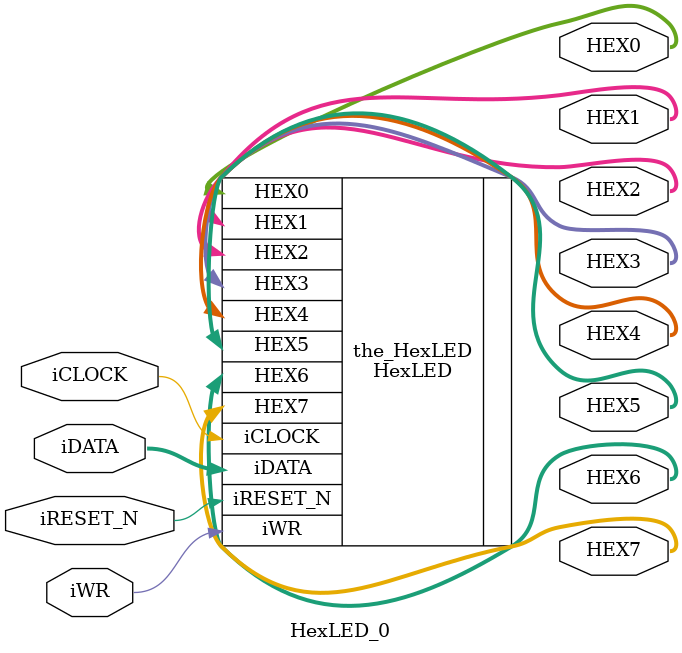
<source format=v>

`timescale 1ns / 1ps
// synthesis translate_on

// turn off superfluous verilog processor warnings 
// altera message_level Level1 
// altera message_off 10034 10035 10036 10037 10230 10240 10030 

module HexLED_0 (
                  // inputs:
                   iCLOCK,
                   iDATA,
                   iRESET_N,
                   iWR,

                  // outputs:
                   HEX0,
                   HEX1,
                   HEX2,
                   HEX3,
                   HEX4,
                   HEX5,
                   HEX6,
                   HEX7
                )
;

  output  [  7: 0] HEX0;
  output  [  7: 0] HEX1;
  output  [  7: 0] HEX2;
  output  [  7: 0] HEX3;
  output  [  7: 0] HEX4;
  output  [  7: 0] HEX5;
  output  [  7: 0] HEX6;
  output  [  7: 0] HEX7;
  input            iCLOCK;
  input   [ 31: 0] iDATA;
  input            iRESET_N;
  input            iWR;

  wire    [  7: 0] HEX0;
  wire    [  7: 0] HEX1;
  wire    [  7: 0] HEX2;
  wire    [  7: 0] HEX3;
  wire    [  7: 0] HEX4;
  wire    [  7: 0] HEX5;
  wire    [  7: 0] HEX6;
  wire    [  7: 0] HEX7;
  HexLED the_HexLED
    (
      .HEX0     (HEX0),
      .HEX1     (HEX1),
      .HEX2     (HEX2),
      .HEX3     (HEX3),
      .HEX4     (HEX4),
      .HEX5     (HEX5),
      .HEX6     (HEX6),
      .HEX7     (HEX7),
      .iCLOCK   (iCLOCK),
      .iDATA    (iDATA),
      .iRESET_N (iRESET_N),
      .iWR      (iWR)
    );


endmodule


</source>
